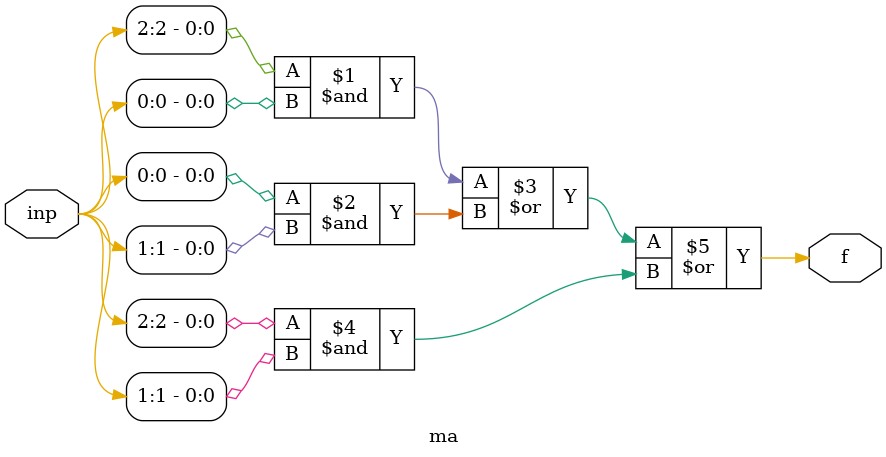
<source format=v>
`timescale 1ns / 1ps


module ma(
    input [2:0]inp,
    output f
    );
    assign f=(inp[2]&inp[0]) | (inp[0] & inp[1]) | (inp[2]&inp[1]);
endmodule

</source>
